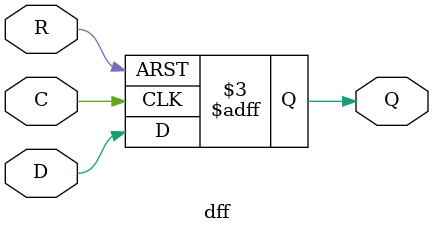
<source format=v>
module dff(
    input wire C,
    input wire R,
    input wire D,
    output wire Q
);

always @(posedge C or posedge R) begin
	if (R == 1)
		Q <= 0;
	else
		Q <= D;
end

endmodule
</source>
